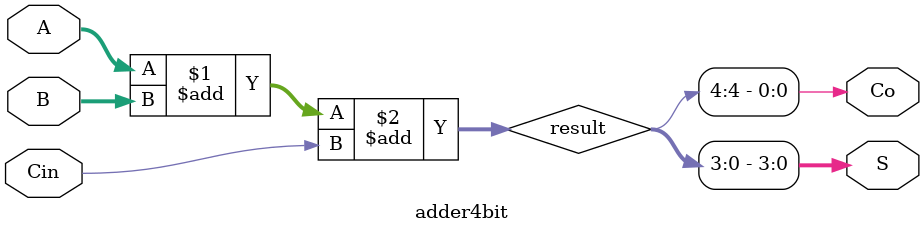
<source format=v>
module adder4bit (
    input wire [3:0] A,
    input wire [3:0] B,
    input wire Cin,
    output wire [3:0] S,
    output wire Co
);

wire [4:0] result;
assign result = A + B + Cin;
assign Co = result[4];
assign S = result[3:0];
    
endmodule
</source>
